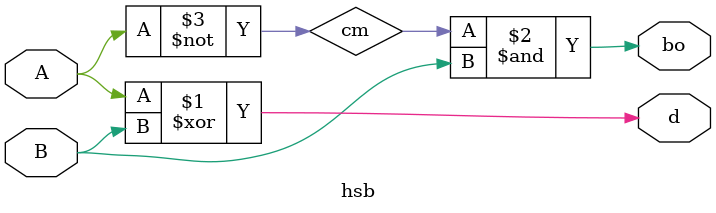
<source format=v>
module hsb(output d,bo, input A,B);
  xor(d,A,B);
  not(cm,A);
  and(bo,cm,B);
endmodule

</source>
